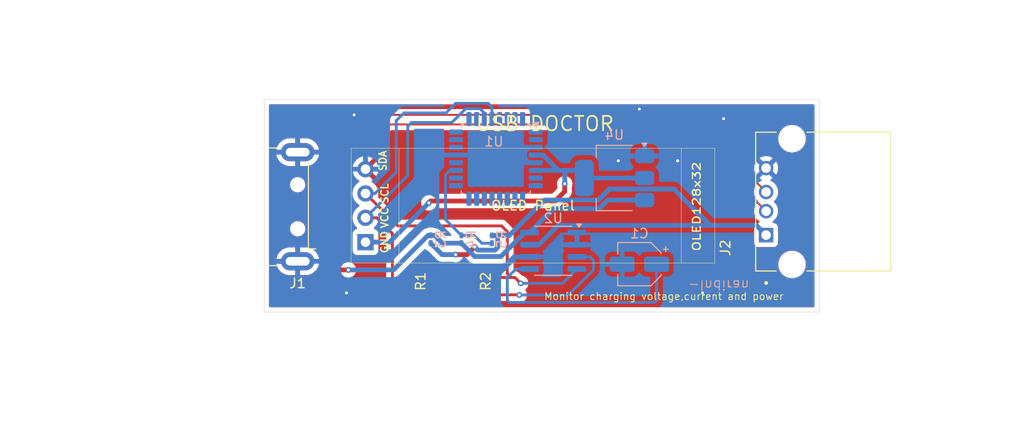
<source format=kicad_pcb>
(kicad_pcb (version 20241229) (generator "pcbnew") (generator_version "9.0")
  (layers (0 "F.Cu" signal) (2 "B.Cu" signal) (5 "F.SilkS" user "F.Silkscreen") (7 "B.SilkS" user "B.Silkscreen") (1 "F.Mask" user) (3 "B.Mask" user) (25 "Edge.Cuts" user))
  (net 0 "")
  (net 1 "/cin")
  (net 2 "GND")
  (net 3 "/D+")
  (net 4 "/VIN+")
  (net 5 "/D-")
  (net 6 "/VIN-")
  (net 7 "VCC")
  (net 8 "/SDA")
  (net 9 "/SCL")
  (net 10 "/ADC")
  (net 12 "/3v3")
  (footprint "USBF:OST_USB-A1HSW6" (layer "F.Cu") (at 153.95 57.6625 90)
    (property "Reference" "J2" (at -4.835 -6.955 90) (layer "F.SilkS"))
    (property "Value" "USB-A1HSW6")
    (fp_line (start 7.25 -3.8) (end 7.25 -1.65) (stroke (width 0.127)) (layer "F.SilkS"))
    (fp_line (start -7.25 -3.8) (end 7.25 -3.8) (stroke (width 0.127)) (layer "F.SilkS"))
    (fp_line (start -7.25 -3.8) (end -7.25 -1.65) (stroke (width 0.127)) (layer "F.SilkS"))
    (fp_line (start -7.25 1.55) (end -7.25 10.3) (stroke (width 0.127)) (layer "F.SilkS"))
    (fp_line (start 7.25 10.3) (end 7.25 1.55) (stroke (width 0.127)) (layer "F.SilkS"))
    (fp_line (start -7.25 10.3) (end 7.25 10.3) (stroke (width 0.127)) (layer "F.SilkS"))
    (fp_circle (center -8.51 -2.71) (end -8.41 -2.71) (stroke (width 0.2)) (fill no) (layer "F.SilkS"))
    (pad "" np_thru_hole circle (at -6.57 0 90) (size 2.38 2.38) (drill 2.38) (layers "*.Cu" "*.Mask"))
    (pad "" np_thru_hole circle (at 6.57 0 90) (size 2.38 2.38) (drill 2.38) (layers "*.Cu" "*.Mask"))
    (pad "1" thru_hole rect (at -3.5 -2.71 90) (size 1.508 1.508) (drill 1) (layers "*.Cu" "*.Mask") (net 6 "/VIN-"))
    (pad "2" thru_hole circle (at -1 -2.71 90) (size 1.508 1.508) (drill 1) (layers "*.Cu" "*.Mask") (net 5 "/D-"))
    (pad "3" thru_hole circle (at 1 -2.71 90) (size 1.508 1.508) (drill 1) (layers "*.Cu" "*.Mask") (net 3 "/D+"))
    (pad "4" thru_hole circle (at 3.5 -2.71 90) (size 1.508 1.508) (drill 1) (layers "*.Cu" "*.Mask") (net 2 "GND"))
  )
  (footprint "SSD1306:SSD1306-0.91-OLED-4pin-128x32" (layer "F.Cu") (at 145.885 64.085 180)
    (property "Reference" "OLED128x32" (at 1.9 5.91 90) (layer "F.SilkS") (effects (font (size 0.8 1))))
    (property "Value" "~")
    (fp_line (start 38 12) (end 38 0) (stroke (width 0.04)) (layer "F.SilkS"))
    (fp_line (start 38 0) (end 0 0) (stroke (width 0.04)) (layer "F.SilkS"))
    (fp_line (start 33 0) (end 33 12) (stroke (width 0.04)) (layer "F.SilkS"))
    (fp_line (start 3.5 0) (end 3.5 12) (stroke (width 0.04)) (layer "F.SilkS"))
    (fp_line (start 0 12) (end 38 12) (stroke (width 0.04)) (layer "F.SilkS"))
    (fp_line (start 0 0) (end 0 12) (stroke (width 0.04)) (layer "F.SilkS"))
    (fp_text user "GND" (at 34.5 2.19 90) (layer "F.SilkS") (effects (font (size 0.75 0.75))))
    (fp_text user "OLED Panel" (at 19 6 0) (layer "F.SilkS"))
    (fp_text user "SDA" (at 34.685 10.685 90) (layer "F.SilkS") (effects (font (size 0.75 0.75))))
    (fp_text user "VCC" (at 34.5 4.73 90) (layer "F.SilkS") (effects (font (size 0.75 0.75))))
    (fp_text user "SCL" (at 34.5 7.27 90) (layer "F.SilkS") (effects (font (size 0.75 0.75))))
    (pad "1" thru_hole rect (at 36.5 2.19 180) (size 1.7 1.7) (drill 1) (layers "*.Cu" "*.Mask") (net 12 "/3v3"))
    (pad "2" thru_hole oval (at 36.5 4.73 180) (size 1.7 1.7) (drill 1) (layers "*.Cu" "*.Mask") (net 8 "/SDA"))
    (pad "3" thru_hole oval (at 36.5 7.27 180) (size 1.7 1.7) (drill 1) (layers "*.Cu" "*.Mask") (net 9 "/SCL"))
    (pad "4" thru_hole oval (at 36.5 9.81 180) (size 1.7 1.7) (drill 1) (layers "*.Cu" "*.Mask") (net 2 "GND"))
  )
  (footprint "Connector_USB:USB_A_CNCTech_1001-011-01101_Horizontal" (layer "F.Cu") (at 95.4 58.2 180)
    (property "Reference" "J1" (at -6.9 -8 0) (layer "F.SilkS"))
    (property "Value" "USB_A")
    (fp_line (start -4.85 6.145) (end -3.8 6.145) (stroke (width 0.12)) (layer "F.SilkS"))
    (fp_line (start -4.85 -6.145) (end -3.8 -6.145) (stroke (width 0.12)) (layer "F.SilkS"))
    (fp_line (start -8.02 -4.4) (end -8.02 4.4) (stroke (width 0.12)) (layer "F.SilkS"))
    (fp_line (start -8.02 -4.4) (end -8.775 -4.4) (stroke (width 0.12)) (layer "F.SilkS"))
    (pad "" np_thru_hole circle (at -6.9 -2.3 180) (size 1.1 1.1) (drill 1.1) (layers "*.Cu" "*.Mask"))
    (pad "" np_thru_hole circle (at -6.9 2.3 180) (size 1.1 1.1) (drill 1.1) (layers "*.Cu" "*.Mask"))
    (pad "1" smd rect (at -9.65 -3.5 180) (size 2.5 1.1) (layers "F.Cu" "F.Mask" "F.Paste") (net 4 "/VIN+"))
    (pad "2" smd rect (at -9.65 -1 180) (size 2.5 1.1) (layers "F.Cu" "F.Mask" "F.Paste") (net 5 "/D-"))
    (pad "3" smd rect (at -9.65 1 180) (size 2.5 1.1) (layers "F.Cu" "F.Mask" "F.Paste") (net 3 "/D+"))
    (pad "4" smd rect (at -9.65 3.5 180) (size 2.5 1.1) (layers "F.Cu" "F.Mask" "F.Paste") (net 2 "GND"))
    (pad "5" thru_hole oval (at -6.9 -5.7 180) (size 3.5 1.9) (drill oval 2.5 0.9) (property pad_prop_heatsink) (layers "*.Cu" "*.Mask") (net 2 "GND"))
    (pad "5" thru_hole oval (at -6.9 5.7 180) (size 3.5 1.9) (drill oval 2.5 0.9) (property pad_prop_heatsink) (layers "*.Cu" "*.Mask") (net 2 "GND"))
  )
  (footprint "Resistor_SMD:R_0201_0603Metric_Pad0.64x0.40mm_HandSolder" (layer "F.Cu") (at 123 66 90)
    (property "Reference" "R2" (at 0 -1.05 90) (layer "F.SilkS"))
    (property "Value" "10k")
    (pad "1" smd roundrect (at -0.4075 0 90) (size 0.635 0.4) (layers "F.Cu" "F.Mask") (net 7 "VCC"))
    (pad "2" smd roundrect (at 0.4075 0 90) (size 0.635 0.4) (layers "F.Cu" "F.Mask") (net 9 "/SCL"))
  )
  (footprint "Resistor_SMD:R_0201_0603Metric_Pad0.64x0.40mm_HandSolder" (layer "F.Cu") (at 116.2 66 90)
    (property "Reference" "R1" (at 0 -1.05 90) (layer "F.SilkS"))
    (property "Value" "10k")
    (pad "1" smd roundrect (at -0.4075 0 90) (size 0.635 0.4) (layers "F.Cu" "F.Mask") (net 8 "/SDA"))
    (pad "2" smd roundrect (at 0.4075 0 90) (size 0.635 0.4) (layers "F.Cu" "F.Mask") (net 7 "VCC"))
  )
  (footprint "Resistor_SMD:R_0201_0603Metric_Pad0.64x0.40mm_HandSolder" (layer "B.Cu") (at 122.6 61.6075 90)
    (property "Reference" "R5" (at 0 1.05 90) (layer "B.SilkS") (effects (justify mirror)))
    (property "Value" "10k")
    (pad "1" smd roundrect (at -0.4075 0 90) (size 0.635 0.4) (layers "B.Cu" "B.Mask") (net 10 "/ADC"))
    (pad "2" smd roundrect (at 0.4075 0 90) (size 0.635 0.4) (layers "B.Cu" "B.Mask") (net 6 "/VIN-"))
  )
  (footprint "Capacitor_SMD:CP_Elec_4x3" (layer "B.Cu") (at 138 64.2 180)
    (property "Reference" "C1" (at 0 3.2 0) (layer "B.SilkS") (effects (justify mirror)))
    (property "Value" "100nf")
    (fp_line (start 2.26 2.26) (end 2.26 1.06) (stroke (width 0.12)) (layer "B.SilkS"))
    (fp_line (start 2.26 -2.26) (end 2.26 -1.06) (stroke (width 0.12)) (layer "B.SilkS"))
    (fp_line (start -1.195563 2.26) (end 2.26 2.26) (stroke (width 0.12)) (layer "B.SilkS"))
    (fp_line (start -1.195563 -2.26) (end 2.26 -2.26) (stroke (width 0.12)) (layer "B.SilkS"))
    (fp_line (start -2.26 1.195563) (end -1.195563 2.26) (stroke (width 0.12)) (layer "B.SilkS"))
    (fp_line (start -2.26 1.195563) (end -2.26 1.06) (stroke (width 0.12)) (layer "B.SilkS"))
    (fp_line (start -2.26 -1.195563) (end -1.195563 -2.26) (stroke (width 0.12)) (layer "B.SilkS"))
    (fp_line (start -2.26 -1.195563) (end -2.26 -1.06) (stroke (width 0.12)) (layer "B.SilkS"))
    (fp_line (start -2.75 1.81) (end -2.75 1.31) (stroke (width 0.12)) (layer "B.SilkS"))
    (fp_line (start -3 1.56) (end -2.5 1.56) (stroke (width 0.12)) (layer "B.SilkS"))
    (pad "1" smd roundrect (at -1.8 0 180) (size 2.6 1.6) (layers "B.Cu" "B.Mask" "B.Paste") (roundrect_rratio 0.15625) (net 1 "/cin"))
    (pad "2" smd roundrect (at 1.8 0 180) (size 2.6 1.6) (layers "B.Cu" "B.Mask" "B.Paste") (roundrect_rratio 0.15625) (net 2 "GND"))
  )
  (footprint "Package_TO_SOT_SMD:SOT-223-3_TabPin2" (layer "B.Cu") (at 135.4 55.2 180)
    (property "Reference" "U4" (at 0 4.5 0) (layer "B.SilkS") (effects (justify mirror)))
    (property "Value" "AMS1117")
    (fp_line (start 1.91 3.41) (end 1.91 2.15) (stroke (width 0.12)) (layer "B.SilkS"))
    (fp_line (start 1.91 -3.41) (end 1.91 -2.15) (stroke (width 0.12)) (layer "B.SilkS"))
    (fp_line (start -1.85 3.41) (end 1.91 3.41) (stroke (width 0.12)) (layer "B.SilkS"))
    (fp_line (start -1.85 -3.41) (end 1.91 -3.41) (stroke (width 0.12)) (layer "B.SilkS"))
    (fp_poly (pts (xy -3.13 3.31) (xy -3.37 3.64) (xy -2.89 3.64) (xy -3.13 3.31)) (stroke (width 0.12)) (fill yes) (layer "B.SilkS"))
    (pad "1" smd roundrect (at -3.15 2.3 180) (size 2 1.5) (layers "B.Cu" "B.Mask" "B.Paste") (net 2 "GND"))
    (pad "2" smd roundrect (at -3.15 0 180) (size 2 1.5) (layers "B.Cu" "B.Mask" "B.Paste") (net 12 "/3v3"))
    (pad "2" smd roundrect (at 3.15 0 180) (size 2 3.8) (layers "B.Cu" "B.Mask" "B.Paste") (net 12 "/3v3"))
    (pad "3" smd roundrect (at -3.15 -2.3 180) (size 2 1.5) (layers "B.Cu" "B.Mask" "B.Paste") (net 4 "/VIN+"))
  )
  (footprint "Resistor_SMD:R_0201_0603Metric_Pad0.64x0.40mm_HandSolder" (layer "B.Cu") (at 119.4 61.6 90)
    (property "Reference" "R4" (at 0 1.05 90) (layer "B.SilkS") (effects (justify mirror)))
    (property "Value" "10k")
    (pad "1" smd roundrect (at -0.4075 0 90) (size 0.635 0.4) (layers "B.Cu" "B.Mask") (net 4 "/VIN+"))
    (pad "2" smd roundrect (at 0.4075 0 90) (size 0.635 0.4) (layers "B.Cu" "B.Mask") (net 10 "/ADC"))
  )
  (footprint "Package_SO:SOIC-8_3.9x4.9mm_P1.27mm" (layer "B.Cu") (at 129 62.8 180)
    (property "Reference" "U2" (at 0 3.4 0) (layer "B.SilkS") (effects (justify mirror)))
    (property "Value" "INA219AxD")
    (fp_line (start 0 2.56) (end 1.95 2.56) (stroke (width 0.12)) (layer "B.SilkS"))
    (fp_line (start 0 2.56) (end -1.95 2.56) (stroke (width 0.12)) (layer "B.SilkS"))
    (fp_line (start 0 -2.56) (end 1.95 -2.56) (stroke (width 0.12)) (layer "B.SilkS"))
    (fp_line (start 0 -2.56) (end -1.95 -2.56) (stroke (width 0.12)) (layer "B.SilkS"))
    (fp_poly (pts (xy -2.7 2.465) (xy -2.94 2.795) (xy -2.46 2.795)) (stroke (width 0.12)) (fill yes) (layer "B.SilkS"))
    (pad "1" smd roundrect (at -2.475 1.905 180) (size 1.95 0.6) (layers "B.Cu" "B.Mask" "B.Paste") (net 2 "GND"))
    (pad "2" smd roundrect (at -2.475 0.635 180) (size 1.95 0.6) (layers "B.Cu" "B.Mask" "B.Paste") (net 2 "GND"))
    (pad "3" smd roundrect (at -2.475 -0.635 180) (size 1.95 0.6) (layers "B.Cu" "B.Mask" "B.Paste") (net 8 "/SDA"))
    (pad "4" smd roundrect (at -2.475 -1.905 180) (size 1.95 0.6) (layers "B.Cu" "B.Mask" "B.Paste") (net 9 "/SCL"))
    (pad "5" smd roundrect (at 2.475 -1.905 180) (size 1.95 0.6) (layers "B.Cu" "B.Mask" "B.Paste") (net 1 "/cin"))
    (pad "6" smd roundrect (at 2.475 -0.635 180) (size 1.95 0.6) (layers "B.Cu" "B.Mask" "B.Paste") (net 2 "GND"))
    (pad "7" smd roundrect (at 2.475 0.635 180) (size 1.95 0.6) (layers "B.Cu" "B.Mask" "B.Paste") (net 6 "/VIN-"))
    (pad "8" smd roundrect (at 2.475 1.905 180) (size 1.95 0.6) (layers "B.Cu" "B.Mask" "B.Paste") (net 4 "/VIN+"))
  )
  (footprint "Package_QFP:TQFP-32_7x7mm_P0.8mm" (layer "B.Cu") (at 123 53.2 180)
    (property "Reference" "U1" (at 0.2 1.8 0) (layer "B.SilkS") (effects (justify mirror)))
    (property "Value" "ATmega328P-A")
    (fp_line (start 3.61 3.61) (end 3.61 3.335) (stroke (width 0.12)) (layer "B.SilkS"))
    (fp_line (start 3.61 -3.61) (end 3.61 -3.335) (stroke (width 0.12)) (layer "B.SilkS"))
    (fp_line (start 3.335 3.61) (end 3.61 3.61) (stroke (width 0.12)) (layer "B.SilkS"))
    (fp_line (start 3.335 -3.61) (end 3.61 -3.61) (stroke (width 0.12)) (layer "B.SilkS"))
    (fp_line (start -3.335 3.61) (end -3.61 3.61) (stroke (width 0.12)) (layer "B.SilkS"))
    (fp_line (start -3.335 -3.61) (end -3.61 -3.61) (stroke (width 0.12)) (layer "B.SilkS"))
    (fp_line (start -3.61 3.61) (end -3.61 3.335) (stroke (width 0.12)) (layer "B.SilkS"))
    (fp_line (start -3.61 -3.61) (end -3.61 -3.335) (stroke (width 0.12)) (layer "B.SilkS"))
    (fp_poly (pts (xy -4.2 3.335) (xy -4.54 3.805) (xy -3.86 3.805)) (stroke (width 0.12)) (fill yes) (layer "B.SilkS"))
    (pad "1" smd roundrect (at -4.1625 2.8 180) (size 1.475 0.55) (layers "B.Cu" "B.Mask" "B.Paste"))
    (pad "2" smd roundrect (at -4.1625 2 180) (size 1.475 0.55) (layers "B.Cu" "B.Mask" "B.Paste"))
    (pad "3" smd roundrect (at -4.1625 1.2 180) (size 1.475 0.55) (layers "B.Cu" "B.Mask" "B.Paste") (net 2 "GND"))
    (pad "4" smd roundrect (at -4.1625 0.4 180) (size 1.475 0.55) (layers "B.Cu" "B.Mask" "B.Paste") (net 12 "/3v3"))
    (pad "5" smd roundrect (at -4.1625 -0.4 180) (size 1.475 0.55) (layers "B.Cu" "B.Mask" "B.Paste") (net 2 "GND"))
    (pad "6" smd roundrect (at -4.1625 -1.2 180) (size 1.475 0.55) (layers "B.Cu" "B.Mask" "B.Paste") (net 12 "/3v3"))
    (pad "7" smd roundrect (at -4.1625 -2 180) (size 1.475 0.55) (layers "B.Cu" "B.Mask" "B.Paste"))
    (pad "8" smd roundrect (at -4.1625 -2.8 180) (size 1.475 0.55) (layers "B.Cu" "B.Mask" "B.Paste"))
    (pad "9" smd roundrect (at -2.8 -4.1625 180) (size 0.55 1.475) (layers "B.Cu" "B.Mask" "B.Paste"))
    (pad "10" smd roundrect (at -2 -4.1625 180) (size 0.55 1.475) (layers "B.Cu" "B.Mask" "B.Paste"))
    (pad "11" smd roundrect (at -1.2 -4.1625 180) (size 0.55 1.475) (layers "B.Cu" "B.Mask" "B.Paste"))
    (pad "12" smd roundrect (at -0.4 -4.1625 180) (size 0.55 1.475) (layers "B.Cu" "B.Mask" "B.Paste"))
    (pad "13" smd roundrect (at 0.4 -4.1625 180) (size 0.55 1.475) (layers "B.Cu" "B.Mask" "B.Paste"))
    (pad "14" smd roundrect (at 1.2 -4.1625 180) (size 0.55 1.475) (layers "B.Cu" "B.Mask" "B.Paste"))
    (pad "15" smd roundrect (at 2 -4.1625 180) (size 0.55 1.475) (layers "B.Cu" "B.Mask" "B.Paste"))
    (pad "16" smd roundrect (at 2.8 -4.1625 180) (size 0.55 1.475) (layers "B.Cu" "B.Mask" "B.Paste"))
    (pad "17" smd roundrect (at 4.1625 -2.8 180) (size 1.475 0.55) (layers "B.Cu" "B.Mask" "B.Paste"))
    (pad "18" smd roundrect (at 4.1625 -2 180) (size 1.475 0.55) (layers "B.Cu" "B.Mask" "B.Paste"))
    (pad "19" smd roundrect (at 4.1625 -1.2 180) (size 1.475 0.55) (layers "B.Cu" "B.Mask" "B.Paste") (net 10 "/ADC"))
    (pad "20" smd roundrect (at 4.1625 -0.4 180) (size 1.475 0.55) (layers "B.Cu" "B.Mask" "B.Paste"))
    (pad "21" smd roundrect (at 4.1625 0.4 180) (size 1.475 0.55) (layers "B.Cu" "B.Mask" "B.Paste") (net 2 "GND"))
    (pad "22" smd roundrect (at 4.1625 1.2 180) (size 1.475 0.55) (layers "B.Cu" "B.Mask" "B.Paste"))
    (pad "23" smd roundrect (at 4.1625 2 180) (size 1.475 0.55) (layers "B.Cu" "B.Mask" "B.Paste"))
    (pad "24" smd roundrect (at 4.1625 2.8 180) (size 1.475 0.55) (layers "B.Cu" "B.Mask" "B.Paste"))
    (pad "25" smd roundrect (at 2.8 4.1625 180) (size 0.55 1.475) (layers "B.Cu" "B.Mask" "B.Paste"))
    (pad "26" smd roundrect (at 2 4.1625 180) (size 0.55 1.475) (layers "B.Cu" "B.Mask" "B.Paste"))
    (pad "27" smd roundrect (at 1.2 4.1625 180) (size 0.55 1.475) (layers "B.Cu" "B.Mask" "B.Paste") (net 8 "/SDA"))
    (pad "28" smd roundrect (at 0.4 4.1625 180) (size 0.55 1.475) (layers "B.Cu" "B.Mask" "B.Paste") (net 9 "/SCL"))
    (pad "29" smd roundrect (at -0.4 4.1625 180) (size 0.55 1.475) (layers "B.Cu" "B.Mask" "B.Paste"))
    (pad "30" smd roundrect (at -1.2 4.1625 180) (size 0.55 1.475) (layers "B.Cu" "B.Mask" "B.Paste"))
    (pad "31" smd roundrect (at -2 4.1625 180) (size 0.55 1.475) (layers "B.Cu" "B.Mask" "B.Paste"))
    (pad "32" smd roundrect (at -2.8 4.1625 180) (size 0.55 1.475) (layers "B.Cu" "B.Mask" "B.Paste"))
  )
  (footprint "Resistor_SMD:R_0201_0603Metric_Pad0.64x0.40mm_HandSolder" (layer "B.Cu") (at 116.2 61.6 90)
    (property "Reference" "R3" (at 0 1.05 90) (layer "B.SilkS") (effects (justify mirror)))
    (property "Value" "0.1")
    (pad "1" smd roundrect (at -0.4075 0 90) (size 0.635 0.4) (layers "B.Cu" "B.Mask") (net 6 "/VIN-"))
    (pad "2" smd roundrect (at 0.4075 0 90) (size 0.635 0.4) (layers "B.Cu" "B.Mask") (net 4 "/VIN+"))
  )
  (gr_rect (start 98.8 47) (end 156.8 69.2) (stroke (width 0.05)) (fill no) (layer "Edge.Cuts"))
  (gr_text "USB DOCTOR\n" (at 120.8 50.4 0) (layer "F.SilkS") (effects (font (size 1.5 1.5) (thickness 0.1875)) (justify left bottom)))
  (gr_text "Monitor charging voltage,current and power" (at 128 68 0) (layer "F.SilkS") (effects (font (size 0.75 0.75) (thickness 0.09375)) (justify left bottom)))
  (gr_text "-Indiran " (at 143 65.8 180) (layer "B.SilkS") (effects (font (size 1 1) (thickness 0.1)) (justify left bottom mirror)))
  (segment (start 125.095 64.705) (end 126.525 64.705) (width 0.3) (layer "B.Cu") (net 1))
  (segment (start 139.8 68) (end 139.6 68.2) (width 0.3) (layer "B.Cu") (net 1))
  (segment (start 124.2 68) (end 124.2 65.6) (width 0.3) (layer "B.Cu") (net 1))
  (segment (start 124.4 68.2) (end 124.2 68) (width 0.3) (layer "B.Cu") (net 1))
  (segment (start 124.2 65.6) (end 125.095 64.705) (width 0.3) (layer "B.Cu") (net 1))
  (segment (start 139.6 68.2) (end 124.4 68.2) (width 0.3) (layer "B.Cu") (net 1))
  (segment (start 139.8 64.2) (end 139.8 68) (width 0.3) (layer "B.Cu") (net 1))
  (segment (start 110.31 55.2) (end 110.8 55.2) (width 0.5) (layer "F.Cu") (net 2))
  (segment (start 109.385 54.275) (end 110.31 55.2) (width 0.5) (layer "F.Cu") (net 2))
  (segment (start 109.385 54.275) (end 111.06 52.6) (width 0.5) (layer "F.Cu") (net 2))
  (segment (start 111.06 52.6) (end 111.2 52.6) (width 0.5) (layer "F.Cu") (net 2))
  (via (at 135.8 53.4) (size 0.6) (drill 0.3) (layers "F.Cu" "B.Cu") (net 2))
  (via (at 142 53.4) (size 0.6) (drill 0.3) (layers "F.Cu" "B.Cu") (net 2))
  (via (at 144.6 67.2) (size 0.6) (drill 0.3) (layers "F.Cu" "B.Cu") (net 2))
  (via (at 107.4 67.2) (size 0.6) (drill 0.3) (layers "F.Cu" "B.Cu") (net 2))
  (via (at 146.8 49) (size 0.6) (drill 0.3) (layers "F.Cu" "B.Cu") (net 2))
  (via (at 142 53.4) (size 0.6) (drill 0.3) (layers "F.Cu" "B.Cu") (net 2))
  (via (at 108.2 48.6) (size 0.6) (drill 0.3) (layers "F.Cu" "B.Cu") (net 2))
  (via (at 138 48) (size 0.6) (drill 0.3) (layers "F.Cu" "B.Cu") (net 2))
  (segment (start 125 52) (end 124.4 51.4) (width 0.5) (layer "B.Cu") (net 2))
  (segment (start 126.024 52.8) (end 118.8375 52.8) (width 0.5) (layer "B.Cu") (net 2))
  (segment (start 127.1625 52) (end 126.459636 52) (width 0.5) (layer "B.Cu") (net 2))
  (segment (start 118.8375 52.8) (end 117.2 52.8) (width 0.5) (layer "B.Cu") (net 2))
  (segment (start 127.1625 52) (end 125 52) (width 0.5) (layer "B.Cu") (net 2))
  (segment (start 126.024 52.8) (end 126.024 53.224) (width 0.5) (layer "B.Cu") (net 2))
  (segment (start 126.4 53.6) (end 127.1625 53.6) (width 0.5) (layer "B.Cu") (net 2))
  (segment (start 126.024 53.224) (end 126.4 53.6) (width 0.5) (layer "B.Cu") (net 2))
  (segment (start 126.024 52.435636) (end 126.024 52.8) (width 0.5) (layer "B.Cu") (net 2))
  (segment (start 127.1625 53.6) (end 124.8 53.6) (width 0.5) (layer "B.Cu") (net 2))
  (segment (start 124.8 53.6) (end 124.2 54.2) (width 0.5) (layer "B.Cu") (net 2))
  (segment (start 126.459636 52) (end 126.024 52.435636) (width 0.5) (layer "B.Cu") (net 2))
  (segment (start 106.4 57.2) (end 107.2 56.4) (width 0.2) (layer "F.Cu") (net 3))
  (segment (start 107.2 56.4) (end 107.2 53) (width 0.2) (layer "F.Cu") (net 3))
  (segment (start 107.2 53) (end 111.6 48.6) (width 0.2) (layer "F.Cu") (net 3))
  (segment (start 143.1775 48.6) (end 151.24 56.6625) (width 0.2) (layer "F.Cu") (net 3))
  (segment (start 111.6 48.6) (end 143.1775 48.6) (width 0.2) (layer "F.Cu") (net 3))
  (segment (start 105.05 57.2) (end 106.4 57.2) (width 0.2) (layer "F.Cu") (net 3))
  (segment (start 105.05 63.45) (end 106.4 64.8) (width 0.5) (layer "F.Cu") (net 4))
  (segment (start 105.05 61.7) (end 105.05 63.45) (width 0.5) (layer "F.Cu") (net 4))
  (segment (start 106.4 64.8) (end 107.6 64.8) (width 0.5) (layer "F.Cu") (net 4))
  (via (at 107.6 64.8) (size 0.6) (drill 0.3) (layers "F.Cu" "B.Cu") (net 4))
  (segment (start 117.4075 62.0075) (end 119.4 62.0075) (width 0.5) (layer "B.Cu") (net 4))
  (segment (start 126.525 60.895) (end 129.02 58.4) (width 0.5) (layer "B.Cu") (net 4))
  (segment (start 107.6 64.8) (end 112.307996 64.8) (width 0.5) (layer "B.Cu") (net 4))
  (segment (start 116.2 61.1925) (end 116.5925 61.1925) (width 0.5) (layer "B.Cu") (net 4))
  (segment (start 119.4 62.0075) (end 120.7925 63.4) (width 0.5) (layer "B.Cu") (net 4))
  (segment (start 115.915496 61.1925) (end 116.2 61.1925) (width 0.5) (layer "B.Cu") (net 4))
  (segment (start 134.7 57.5) (end 138.55 57.5) (width 0.5) (layer "B.Cu") (net 4))
  (segment (start 116.5925 61.1925) (end 117.4075 62.0075) (width 0.5) (layer "B.Cu") (net 4))
  (segment (start 123.531612 63.4) (end 126.036612 60.895) (width 0.5) (layer "B.Cu") (net 4))
  (segment (start 129.02 58.4) (end 133.8 58.4) (width 0.5) (layer "B.Cu") (net 4))
  (segment (start 133.8 58.4) (end 134.7 57.5) (width 0.5) (layer "B.Cu") (net 4))
  (segment (start 112.307996 64.8) (end 115.915496 61.1925) (width 0.5) (layer "B.Cu") (net 4))
  (segment (start 120.7925 63.4) (end 123.531612 63.4) (width 0.5) (layer "B.Cu") (net 4))
  (segment (start 111.8 49.6) (end 142.1775 49.6) (width 0.2) (layer "F.Cu") (net 5))
  (segment (start 107.951 53.449) (end 111.8 49.6) (width 0.2) (layer "F.Cu") (net 5))
  (segment (start 105.4 59.2) (end 107.951 56.649) (width 0.2) (layer "F.Cu") (net 5))
  (segment (start 105.05 59.2) (end 105.4 59.2) (width 0.2) (layer "F.Cu") (net 5))
  (segment (start 107.951 56.649) (end 107.951 53.449) (width 0.2) (layer "F.Cu") (net 5))
  (segment (start 142.1775 49.6) (end 151.24 58.6625) (width 0.2) (layer "F.Cu") (net 5))
  (segment (start 118.8 63.2) (end 120 63.2) (width 0.5) (layer "F.Cu") (net 6))
  (segment (start 120 63.2) (end 120.8 62.4) (width 0.5) (layer "F.Cu") (net 6))
  (via (at 118.8 63.2) (size 0.6) (drill 0.3) (layers "F.Cu" "B.Cu") (net 6))
  (via (at 120.8 62.4) (size 0.6) (drill 0.3) (layers "F.Cu" "B.Cu") (net 6))
  (segment (start 122.910292 62.7335) (end 123.201 62.442792) (width 0.5) (layer "B.Cu") (net 6))
  (segment (start 117.3925 63.2) (end 118.6 63.2) (width 0.5) (layer "B.Cu") (net 6))
  (segment (start 123 61.2) (end 122.6 61.2) (width 0.5) (layer "B.Cu") (net 6))
  (segment (start 141.606 56.35) (end 145.4 60.144) (width 0.5) (layer "B.Cu") (net 6))
  (segment (start 120.8 62.4) (end 121.1335 62.7335) (width 0.5) (layer "B.Cu") (net 6))
  (segment (start 123.201 62.442792) (end 123.201 61.401) (width 0.5) (layer "B.Cu") (net 6))
  (segment (start 122.6 61.2) (end 124.4 61.2) (width 0.5) (layer "B.Cu") (net 6))
  (segment (start 150.2215 60.144) (end 145.4 60.144) (width 0.5) (layer "B.Cu") (net 6))
  (segment (start 116.2 62.0075) (end 117.3925 63.2) (width 0.5) (layer "B.Cu") (net 6))
  (segment (start 121.1335 62.7335) (end 122.910292 62.7335) (width 0.5) (layer "B.Cu") (net 6))
  (segment (start 123.201 61.401) (end 123 61.2) (width 0.5) (layer "B.Cu") (net 6))
  (segment (start 145.4 60.144) (end 129.520999 60.144) (width 0.5) (layer "B.Cu") (net 6))
  (segment (start 129.520999 60.144) (end 127.499999 62.165) (width 0.5) (layer "B.Cu") (net 6))
  (segment (start 151.24 61.1625) (end 150.2215 60.144) (width 0.5) (layer "B.Cu") (net 6))
  (segment (start 127.499999 62.165) (end 126.525 62.165) (width 0.5) (layer "B.Cu") (net 6))
  (segment (start 128.099 57.501) (end 133.699 57.501) (width 0.5) (layer "B.Cu") (net 6))
  (segment (start 124.4 61.2) (end 128.099 57.501) (width 0.5) (layer "B.Cu") (net 6))
  (segment (start 133.699 57.501) (end 134.85 56.35) (width 0.5) (layer "B.Cu") (net 6))
  (segment (start 134.85 56.35) (end 141.606 56.35) (width 0.5) (layer "B.Cu") (net 6))
  (segment (start 122.814 66.5935) (end 123 66.4075) (width 0.5) (layer "F.Cu") (net 7))
  (segment (start 121.951058 66.5935) (end 122.814 66.5935) (width 0.5) (layer "F.Cu") (net 7))
  (segment (start 116.2 65.5925) (end 120.950058 65.5925) (width 0.5) (layer "F.Cu") (net 7))
  (segment (start 120.950058 65.5925) (end 121.951058 66.5935) (width 0.5) (layer "F.Cu") (net 7))
  (segment (start 116.2 67.4) (end 116.2 66.6075) (width 0.3) (layer "F.Cu") (net 8))
  (segment (start 109.385 59.355) (end 110.555 59.355) (width 0.3) (layer "F.Cu") (net 8))
  (segment (start 116.2 66.4075) (end 120.4075 66.4075) (width 0.3) (layer "F.Cu") (net 8))
  (segment (start 121.4 67.4) (end 125.4 67.4) (width 0.3) (layer "F.Cu") (net 8))
  (segment (start 115.8 67.8) (end 116.2 67.4) (width 0.3) (layer "F.Cu") (net 8))
  (segment (start 120.4075 66.4075) (end 120.6 66.6) (width 0.3) (layer "F.Cu") (net 8))
  (segment (start 110.555 59.355) (end 112.2 61) (width 0.3) (layer "F.Cu") (net 8))
  (segment (start 114 67.8) (end 115.8 67.8) (width 0.3) (layer "F.Cu") (net 8))
  (segment (start 112.2 66) (end 114 67.8) (width 0.3) (layer "F.Cu") (net 8))
  (segment (start 120.6 66.6) (end 121.4 67.4) (width 0.3) (layer "F.Cu") (net 8))
  (segment (start 112.2 61) (end 112.2 66) (width 0.3) (layer "F.Cu") (net 8))
  (via (at 125.455224 67.422854) (size 0.6) (drill 0.3) (layers "F.Cu" "B.Cu") (net 8))
  (segment (start 109.385 59.355) (end 108.645 59.355) (width 0.3) (layer "B.Cu") (net 8))
  (segment (start 133.2 64.8) (end 133.2 63.8) (width 0.3) (layer "B.Cu") (net 8))
  (segment (start 113.8 49.8) (end 114.2 49.4) (width 0.3) (layer "B.Cu") (net 8))
  (segment (start 132.835 63.435) (end 131.475 63.435) (width 0.3) (layer "B.Cu") (net 8))
  (segment (start 121.343654 47.949) (end 121.8 48.405346) (width 0.3) (layer "B.Cu") (net 8))
  (segment (start 125.455224 67.422854) (end 130.577146 67.422854) (width 0.3) (layer "B.Cu") (net 8))
  (segment (start 114.2 49.4) (end 118.405346 49.4) (width 0.3) (layer "B.Cu") (net 8))
  (segment (start 109.385 59.355) (end 113.8 54.94) (width 0.3) (layer "B.Cu") (net 8))
  (segment (start 118.405346 49.4) (end 119.856346 47.949) (width 0.3) (layer "B.Cu") (net 8))
  (segment (start 130.577146 67.422854) (end 133.2 64.8) (width 0.3) (layer "B.Cu") (net 8))
  (segment (start 119.856346 47.949) (end 121.343654 47.949) (width 0.3) (layer "B.Cu") (net 8))
  (segment (start 133.2 63.8) (end 132.835 63.435) (width 0.3) (layer "B.Cu") (net 8))
  (segment (start 113.8 54.94) (end 113.8 49.8) (width 0.3) (layer "B.Cu") (net 8))
  (segment (start 121.8 48.405346) (end 121.8 49.0375) (width 0.3) (layer "B.Cu") (net 8))
  (segment (start 123 65.5925) (end 124.6 65.5925) (width 0.3) (layer "F.Cu") (net 9))
  (segment (start 124.9925 65.5925) (end 125.6 66.2) (width 0.3) (layer "F.Cu") (net 9))
  (segment (start 123.6 60.2) (end 124.2 60.8) (width 0.3) (layer "F.Cu") (net 9))
  (segment (start 109.385 56.815) (end 112.77 60.2) (width 0.3) (layer "F.Cu") (net 9))
  (segment (start 124.2 65.1925) (end 124.6 65.5925) (width 0.3) (layer "F.Cu") (net 9))
  (segment (start 112.77 60.2) (end 123.6 60.2) (width 0.3) (layer "F.Cu") (net 9))
  (segment (start 124.2 60.8) (end 124.2 65.1925) (width 0.3) (layer "F.Cu") (net 9))
  (segment (start 124.6 65.5925) (end 124.9925 65.5925) (width 0.3) (layer "F.Cu") (net 9))
  (via (at 125.6 66.2) (size 0.6) (drill 0.3) (layers "F.Cu" "B.Cu") (net 9))
  (segment (start 113.4 48.4) (end 117.8 48.4) (width 0.3) (layer "B.Cu") (net 9))
  (segment (start 118.8 47.4) (end 122.2 47.4) (width 0.3) (layer "B.Cu") (net 9))
  (segment (start 117.8 48.4) (end 118.8 47.4) (width 0.3) (layer "B.Cu") (net 9))
  (segment (start 110.385 56.815) (end 112.6 54.6) (width 0.3) (layer "B.Cu") (net 9))
  (segment (start 109.385 56.815) (end 110.385 56.815) (width 0.3) (layer "B.Cu") (net 9))
  (segment (start 112.6 54.6) (end 112.6 49.2) (width 0.3) (layer "B.Cu") (net 9))
  (segment (start 125.6 66.2) (end 129.98 66.2) (width 0.3) (layer "B.Cu") (net 9))
  (segment (start 122.6 47.8) (end 122.6 49.0375) (width 0.3) (layer "B.Cu") (net 9))
  (segment (start 122.2 47.4) (end 122.6 47.8) (width 0.3) (layer "B.Cu") (net 9))
  (segment (start 112.6 49.2) (end 113.4 48.4) (width 0.3) (layer "B.Cu") (net 9))
  (segment (start 129.98 66.2) (end 131.475 64.705) (width 0.3) (layer "B.Cu") (net 9))
  (segment (start 117.749 54.856346) (end 117.749 59.5415) (width 0.3) (layer "B.Cu") (net 10))
  (segment (start 118.205346 54.4) (end 117.749 54.856346) (width 0.3) (layer "B.Cu") (net 10))
  (segment (start 119.4 61.1925) (end 120.722 61.1925) (width 0.3) (layer "B.Cu") (net 10))
  (segment (start 121.5445 62.015) (end 122.6 62.015) (width 0.3) (layer "B.Cu") (net 10))
  (segment (start 117.749 59.5415) (end 119.4 61.1925) (width 0.3) (layer "B.Cu") (net 10))
  (segment (start 120.722 61.1925) (end 121.5445 62.015) (width 0.3) (layer "B.Cu") (net 10))
  (segment (start 118.8375 54.4) (end 118.205346 54.4) (width 0.3) (layer "B.Cu") (net 10))
  (segment (start 116.2 57.6) (end 129.2 57.6) (width 0.5) (layer "F.Cu") (net 12))
  (segment (start 116 57.8) (end 116.2 57.6) (width 0.5) (layer "F.Cu") (net 12))
  (segment (start 129.2 57.6) (end 130.2 56.6) (width 0.5) (layer "F.Cu") (net 12))
  (segment (start 130.2 56.6) (end 130.2 55.8) (width 0.5) (layer "F.Cu") (net 12))
  (via (at 130.2 55.8) (size 0.6) (drill 0.3) (layers "F.Cu" "B.Cu") (net 12))
  (via (at 116 57.8) (size 0.6) (drill 0.3) (layers "F.Cu" "B.Cu") (net 12))
  (segment (start 132.25 55.2) (end 138.55 55.2) (width 0.5) (layer "B.Cu") (net 12))
  (segment (start 109.385 61.895) (end 111.905 61.895) (width 0.5) (layer "B.Cu") (net 12))
  (segment (start 129.4 54.263924) (end 129.4 54.4) (width 0.5) (layer "B.Cu") (net 12))
  (segment (start 130.4 54.4) (end 129.4 54.4) (width 0.5) (layer "B.Cu") (net 12))
  (segment (start 127.1625 52.8) (end 127.936076 52.8) (width 0.5) (layer "B.Cu") (net 12))
  (segment (start 130.2 55.8) (end 130.2 54.6) (width 0.5) (layer "B.Cu") (net 12))
  (segment (start 131.45 54.4) (end 130.4 54.4) (width 0.5) (layer "B.Cu") (net 12))
  (segment (start 111.905 61.895) (end 116 57.8) (width 0.5) (layer "B.Cu") (net 12))
  (segment (start 132.25 55.2) (end 131.45 54.4) (width 0.5) (layer "B.Cu") (net 12))
  (segment (start 129.4 54.4) (end 127.1625 54.4) (width 0.5) (layer "B.Cu") (net 12))
  (segment (start 127.936076 52.8) (end 129.4 54.263924) (width 0.5) (layer "B.Cu") (net 12))
  (segment (start 130.2 54.6) (end 130.4 54.4) (width 0.5) (layer "B.Cu") (net 12))
  (zone (net 2) (net_name "GND") (layers "F.Cu" "B.Cu") (connect_pads (clearance 0.5)) (min_thickness 0.25) (fill yes (thermal_gap 0.5) (thermal_bridge_width 0.5))
    (polygon (pts (xy 76.2 36.8) (xy 177.6 37) (xy 178.2 81) (xy 71.2 74.4) (xy 76.6 36.6)))
  )
)
</source>
